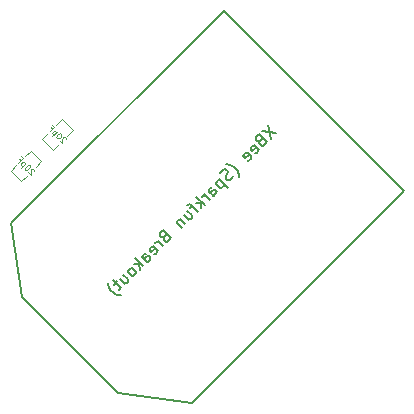
<source format=gbo>
G04 (created by PCBNEW (2014-01-10 BZR 4027)-stable) date Thursday, April 17, 2014 'amt' 11:38:12 am*
%MOIN*%
G04 Gerber Fmt 3.4, Leading zero omitted, Abs format*
%FSLAX34Y34*%
G01*
G70*
G90*
G04 APERTURE LIST*
%ADD10C,0.00590551*%
%ADD11C,0.0047*%
%ADD12C,0.0045*%
G04 APERTURE END LIST*
G54D10*
X19160Y-19060D02*
X18806Y-16585D01*
X18806Y-16585D02*
X25877Y-9514D01*
X25877Y-9514D02*
X31887Y-15524D01*
X31887Y-15524D02*
X24816Y-22595D01*
X24816Y-22595D02*
X22342Y-22242D01*
X22342Y-22242D02*
X19160Y-19060D01*
G54D11*
X19333Y-15009D02*
X19139Y-15203D01*
X19612Y-14730D02*
X19806Y-14536D01*
X18971Y-14647D02*
X18777Y-14841D01*
X19444Y-14174D02*
X19250Y-14368D01*
X18781Y-14845D02*
X19134Y-15199D01*
X19802Y-14531D02*
X19448Y-14178D01*
X20300Y-13318D02*
X20494Y-13124D01*
X20021Y-13597D02*
X19827Y-13791D01*
X20662Y-13680D02*
X20856Y-13486D01*
X20189Y-14153D02*
X20383Y-13959D01*
X20852Y-13481D02*
X20498Y-13128D01*
X19831Y-13795D02*
X20184Y-14149D01*
G54D10*
X27348Y-13325D02*
X27441Y-13789D01*
X27163Y-13511D02*
X27627Y-13603D01*
X27097Y-13842D02*
X27070Y-13895D01*
X27070Y-13922D01*
X27083Y-13961D01*
X27123Y-14001D01*
X27163Y-14014D01*
X27189Y-14014D01*
X27229Y-14001D01*
X27335Y-13895D01*
X27057Y-13617D01*
X26964Y-13709D01*
X26951Y-13749D01*
X26951Y-13776D01*
X26964Y-13816D01*
X26991Y-13842D01*
X27030Y-13855D01*
X27057Y-13855D01*
X27097Y-13842D01*
X27189Y-13749D01*
X26937Y-14266D02*
X26977Y-14253D01*
X27030Y-14200D01*
X27044Y-14160D01*
X27030Y-14120D01*
X26924Y-14014D01*
X26884Y-14001D01*
X26845Y-14014D01*
X26792Y-14067D01*
X26778Y-14107D01*
X26792Y-14147D01*
X26818Y-14173D01*
X26977Y-14067D01*
X26699Y-14505D02*
X26739Y-14492D01*
X26792Y-14439D01*
X26805Y-14399D01*
X26792Y-14359D01*
X26686Y-14253D01*
X26646Y-14240D01*
X26606Y-14253D01*
X26553Y-14306D01*
X26540Y-14346D01*
X26553Y-14386D01*
X26580Y-14412D01*
X26739Y-14306D01*
X26394Y-15048D02*
X26394Y-15022D01*
X26381Y-14956D01*
X26367Y-14916D01*
X26341Y-14863D01*
X26288Y-14783D01*
X26235Y-14730D01*
X26155Y-14677D01*
X26102Y-14651D01*
X26063Y-14637D01*
X25996Y-14624D01*
X25970Y-14624D01*
X26182Y-15022D02*
X26155Y-15075D01*
X26089Y-15141D01*
X26049Y-15154D01*
X26023Y-15154D01*
X25983Y-15141D01*
X25956Y-15115D01*
X25943Y-15075D01*
X25943Y-15048D01*
X25956Y-15009D01*
X25996Y-14942D01*
X26010Y-14903D01*
X26010Y-14876D01*
X25996Y-14836D01*
X25970Y-14810D01*
X25930Y-14797D01*
X25903Y-14797D01*
X25864Y-14810D01*
X25797Y-14876D01*
X25771Y-14929D01*
X25731Y-15128D02*
X26010Y-15406D01*
X25744Y-15141D02*
X25705Y-15154D01*
X25652Y-15207D01*
X25638Y-15247D01*
X25638Y-15274D01*
X25652Y-15314D01*
X25731Y-15393D01*
X25771Y-15406D01*
X25797Y-15406D01*
X25837Y-15393D01*
X25890Y-15340D01*
X25903Y-15300D01*
X25546Y-15685D02*
X25400Y-15539D01*
X25386Y-15499D01*
X25400Y-15459D01*
X25453Y-15406D01*
X25493Y-15393D01*
X25532Y-15671D02*
X25572Y-15658D01*
X25638Y-15592D01*
X25652Y-15552D01*
X25638Y-15512D01*
X25612Y-15486D01*
X25572Y-15473D01*
X25532Y-15486D01*
X25466Y-15552D01*
X25426Y-15565D01*
X25413Y-15817D02*
X25227Y-15632D01*
X25280Y-15685D02*
X25241Y-15671D01*
X25214Y-15671D01*
X25174Y-15685D01*
X25148Y-15711D01*
X25241Y-15990D02*
X24962Y-15711D01*
X25108Y-15910D02*
X25135Y-16096D01*
X24949Y-15910D02*
X25161Y-15910D01*
X24869Y-15990D02*
X24763Y-16096D01*
X25015Y-16215D02*
X24777Y-15976D01*
X24737Y-15963D01*
X24697Y-15976D01*
X24671Y-16003D01*
X24551Y-16308D02*
X24737Y-16493D01*
X24671Y-16188D02*
X24816Y-16334D01*
X24830Y-16374D01*
X24816Y-16414D01*
X24777Y-16454D01*
X24737Y-16467D01*
X24710Y-16467D01*
X24419Y-16440D02*
X24604Y-16626D01*
X24445Y-16467D02*
X24419Y-16467D01*
X24379Y-16480D01*
X24339Y-16520D01*
X24326Y-16560D01*
X24339Y-16599D01*
X24485Y-16745D01*
X23902Y-17037D02*
X23875Y-17090D01*
X23875Y-17116D01*
X23888Y-17156D01*
X23928Y-17196D01*
X23968Y-17209D01*
X23995Y-17209D01*
X24034Y-17196D01*
X24140Y-17090D01*
X23862Y-16812D01*
X23769Y-16904D01*
X23756Y-16944D01*
X23756Y-16971D01*
X23769Y-17010D01*
X23796Y-17037D01*
X23835Y-17050D01*
X23862Y-17050D01*
X23902Y-17037D01*
X23995Y-16944D01*
X23862Y-17368D02*
X23676Y-17183D01*
X23729Y-17236D02*
X23690Y-17222D01*
X23663Y-17222D01*
X23623Y-17236D01*
X23597Y-17262D01*
X23570Y-17633D02*
X23610Y-17620D01*
X23663Y-17567D01*
X23676Y-17527D01*
X23663Y-17488D01*
X23557Y-17382D01*
X23517Y-17368D01*
X23478Y-17382D01*
X23424Y-17435D01*
X23411Y-17474D01*
X23424Y-17514D01*
X23451Y-17541D01*
X23610Y-17435D01*
X23332Y-17899D02*
X23186Y-17753D01*
X23173Y-17713D01*
X23186Y-17673D01*
X23239Y-17620D01*
X23279Y-17607D01*
X23318Y-17885D02*
X23358Y-17872D01*
X23424Y-17806D01*
X23438Y-17766D01*
X23424Y-17726D01*
X23398Y-17700D01*
X23358Y-17686D01*
X23318Y-17700D01*
X23252Y-17766D01*
X23212Y-17779D01*
X23199Y-18031D02*
X22921Y-17753D01*
X23067Y-17952D02*
X23093Y-18137D01*
X22907Y-17952D02*
X23120Y-17952D01*
X22934Y-18296D02*
X22947Y-18257D01*
X22947Y-18230D01*
X22934Y-18190D01*
X22854Y-18111D01*
X22815Y-18097D01*
X22788Y-18097D01*
X22748Y-18111D01*
X22709Y-18150D01*
X22695Y-18190D01*
X22695Y-18217D01*
X22709Y-18257D01*
X22788Y-18336D01*
X22828Y-18349D01*
X22854Y-18349D01*
X22894Y-18336D01*
X22934Y-18296D01*
X22417Y-18442D02*
X22603Y-18628D01*
X22536Y-18323D02*
X22682Y-18469D01*
X22695Y-18508D01*
X22682Y-18548D01*
X22642Y-18588D01*
X22603Y-18601D01*
X22576Y-18601D01*
X22324Y-18535D02*
X22218Y-18641D01*
X22192Y-18482D02*
X22430Y-18720D01*
X22443Y-18760D01*
X22430Y-18800D01*
X22404Y-18827D01*
X22443Y-18999D02*
X22417Y-18999D01*
X22351Y-18986D01*
X22311Y-18972D01*
X22258Y-18946D01*
X22178Y-18893D01*
X22125Y-18840D01*
X22072Y-18760D01*
X22046Y-18707D01*
X22033Y-18667D01*
X22019Y-18601D01*
X22019Y-18575D01*
G54D12*
X19569Y-14850D02*
X19569Y-14837D01*
X19563Y-14816D01*
X19529Y-14783D01*
X19509Y-14776D01*
X19495Y-14776D01*
X19475Y-14783D01*
X19462Y-14796D01*
X19448Y-14823D01*
X19448Y-14985D01*
X19361Y-14897D01*
X19415Y-14668D02*
X19401Y-14655D01*
X19381Y-14648D01*
X19367Y-14648D01*
X19347Y-14655D01*
X19314Y-14675D01*
X19280Y-14709D01*
X19260Y-14742D01*
X19253Y-14763D01*
X19253Y-14776D01*
X19260Y-14796D01*
X19273Y-14810D01*
X19293Y-14816D01*
X19307Y-14816D01*
X19327Y-14810D01*
X19361Y-14789D01*
X19394Y-14756D01*
X19415Y-14722D01*
X19421Y-14702D01*
X19421Y-14688D01*
X19415Y-14668D01*
X19260Y-14608D02*
X19118Y-14749D01*
X19253Y-14614D02*
X19246Y-14594D01*
X19219Y-14567D01*
X19199Y-14561D01*
X19186Y-14561D01*
X19165Y-14567D01*
X19125Y-14608D01*
X19118Y-14628D01*
X19118Y-14641D01*
X19125Y-14662D01*
X19152Y-14688D01*
X19172Y-14695D01*
X19064Y-14453D02*
X19112Y-14500D01*
X19037Y-14574D02*
X19179Y-14433D01*
X19112Y-14365D01*
X20619Y-13800D02*
X20619Y-13787D01*
X20613Y-13766D01*
X20579Y-13733D01*
X20559Y-13726D01*
X20545Y-13726D01*
X20525Y-13733D01*
X20512Y-13746D01*
X20498Y-13773D01*
X20498Y-13935D01*
X20411Y-13847D01*
X20465Y-13618D02*
X20451Y-13605D01*
X20431Y-13598D01*
X20417Y-13598D01*
X20397Y-13605D01*
X20364Y-13625D01*
X20330Y-13659D01*
X20310Y-13692D01*
X20303Y-13713D01*
X20303Y-13726D01*
X20310Y-13746D01*
X20323Y-13760D01*
X20343Y-13766D01*
X20357Y-13766D01*
X20377Y-13760D01*
X20411Y-13739D01*
X20444Y-13706D01*
X20465Y-13672D01*
X20471Y-13652D01*
X20471Y-13638D01*
X20465Y-13618D01*
X20310Y-13558D02*
X20168Y-13699D01*
X20303Y-13564D02*
X20296Y-13544D01*
X20269Y-13517D01*
X20249Y-13511D01*
X20236Y-13511D01*
X20215Y-13517D01*
X20175Y-13558D01*
X20168Y-13578D01*
X20168Y-13591D01*
X20175Y-13612D01*
X20202Y-13638D01*
X20222Y-13645D01*
X20114Y-13403D02*
X20162Y-13450D01*
X20087Y-13524D02*
X20229Y-13383D01*
X20162Y-13315D01*
M02*

</source>
